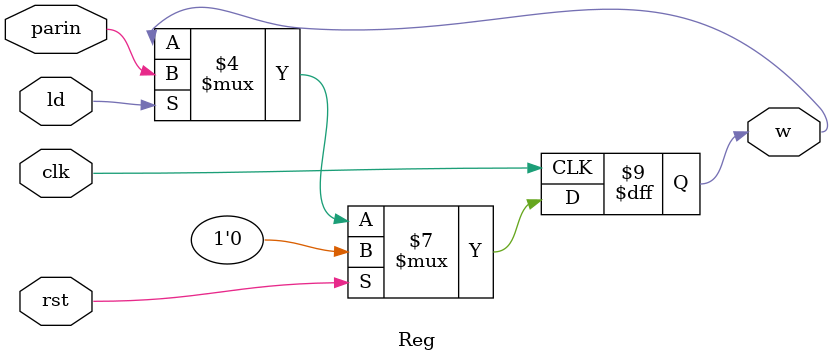
<source format=v>
module Reg #(parameter n = 1) (input clk, rst, ld, input  [n - 1:0] parin, output reg  [n - 1:0] w);
  always@(posedge clk) begin
    if(rst == 1)
      w <= 0;
    else if(ld == 1)
      w <= parin;
  end
endmodule
</source>
